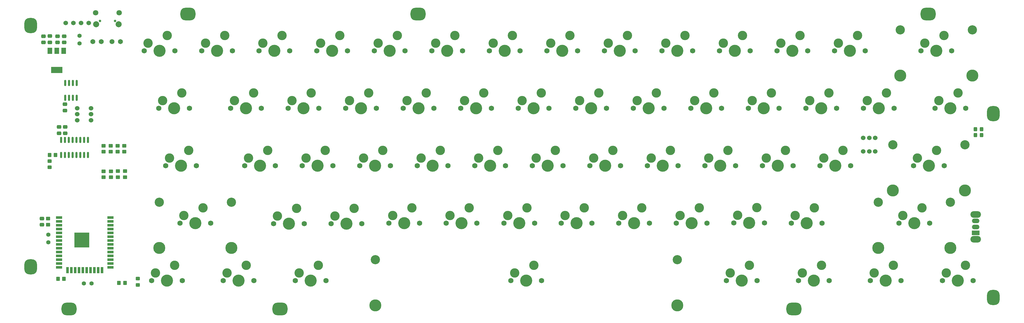
<source format=gbr>
%TF.GenerationSoftware,KiCad,Pcbnew,(6.0.7)*%
%TF.CreationDate,2022-10-26T17:48:04+08:00*%
%TF.ProjectId,Joker60_v2,4a6f6b65-7236-4305-9f76-322e6b696361,1.0*%
%TF.SameCoordinates,Original*%
%TF.FileFunction,Soldermask,Top*%
%TF.FilePolarity,Negative*%
%FSLAX46Y46*%
G04 Gerber Fmt 4.6, Leading zero omitted, Abs format (unit mm)*
G04 Created by KiCad (PCBNEW (6.0.7)) date 2022-10-26 17:48:04*
%MOMM*%
%LPD*%
G01*
G04 APERTURE LIST*
G04 Aperture macros list*
%AMRoundRect*
0 Rectangle with rounded corners*
0 $1 Rounding radius*
0 $2 $3 $4 $5 $6 $7 $8 $9 X,Y pos of 4 corners*
0 Add a 4 corners polygon primitive as box body*
4,1,4,$2,$3,$4,$5,$6,$7,$8,$9,$2,$3,0*
0 Add four circle primitives for the rounded corners*
1,1,$1+$1,$2,$3*
1,1,$1+$1,$4,$5*
1,1,$1+$1,$6,$7*
1,1,$1+$1,$8,$9*
0 Add four rect primitives between the rounded corners*
20,1,$1+$1,$2,$3,$4,$5,0*
20,1,$1+$1,$4,$5,$6,$7,0*
20,1,$1+$1,$6,$7,$8,$9,0*
20,1,$1+$1,$8,$9,$2,$3,0*%
G04 Aperture macros list end*
%ADD10RoundRect,0.250000X0.475000X-0.337500X0.475000X0.337500X-0.475000X0.337500X-0.475000X-0.337500X0*%
%ADD11RoundRect,0.250000X-0.450000X0.350000X-0.450000X-0.350000X0.450000X-0.350000X0.450000X0.350000X0*%
%ADD12C,3.100000*%
%ADD13C,1.750000*%
%ADD14C,4.000000*%
%ADD15C,1.650000*%
%ADD16RoundRect,0.250000X-0.475000X0.337500X-0.475000X-0.337500X0.475000X-0.337500X0.475000X0.337500X0*%
%ADD17C,1.524000*%
%ADD18C,1.400000*%
%ADD19RoundRect,1.680000X-0.420000X-0.820000X0.420000X-0.820000X0.420000X0.820000X-0.420000X0.820000X0*%
%ADD20RoundRect,1.680000X-0.820000X0.420000X-0.820000X-0.420000X0.820000X-0.420000X0.820000X0.420000X0*%
%ADD21C,3.987800*%
%ADD22C,3.048000*%
%ADD23RoundRect,0.250000X0.450000X-0.325000X0.450000X0.325000X-0.450000X0.325000X-0.450000X-0.325000X0*%
%ADD24RoundRect,0.250000X-0.450000X0.325000X-0.450000X-0.325000X0.450000X-0.325000X0.450000X0.325000X0*%
%ADD25RoundRect,1.680000X0.820000X-0.420000X0.820000X0.420000X-0.820000X0.420000X-0.820000X-0.420000X0*%
%ADD26R,2.000000X0.900000*%
%ADD27R,0.900000X2.000000*%
%ADD28R,5.000000X5.000000*%
%ADD29RoundRect,0.150000X-0.150000X0.825000X-0.150000X-0.825000X0.150000X-0.825000X0.150000X0.825000X0*%
%ADD30RoundRect,0.150000X0.150000X-0.850000X0.150000X0.850000X-0.150000X0.850000X-0.150000X-0.850000X0*%
%ADD31RoundRect,0.250000X-0.350000X-0.450000X0.350000X-0.450000X0.350000X0.450000X-0.350000X0.450000X0*%
%ADD32RoundRect,0.250000X0.350000X0.450000X-0.350000X0.450000X-0.350000X-0.450000X0.350000X-0.450000X0*%
%ADD33R,1.500000X2.000000*%
%ADD34R,3.800000X2.000000*%
%ADD35RoundRect,0.250000X-0.325000X-0.450000X0.325000X-0.450000X0.325000X0.450000X-0.325000X0.450000X0*%
%ADD36O,3.500000X2.200000*%
%ADD37O,2.500000X1.500000*%
%ADD38R,2.500000X1.500000*%
%ADD39C,0.800000*%
%ADD40C,2.000000*%
%ADD41C,1.800000*%
G04 APERTURE END LIST*
D10*
X46609000Y-175230700D03*
X46609000Y-173155700D03*
D11*
X64058800Y-186909200D03*
X64058800Y-188909200D03*
D12*
X278892000Y-191008000D03*
D13*
X287782000Y-193548000D03*
D14*
X282702000Y-193548000D03*
D13*
X277622000Y-193548000D03*
D12*
X285242000Y-188468000D03*
D14*
X182753000Y-174498000D03*
D13*
X187833000Y-174498000D03*
D12*
X178943000Y-171958000D03*
X185293000Y-169418000D03*
D13*
X177673000Y-174498000D03*
X115697000Y-212725000D03*
D12*
X116967000Y-210185000D03*
X123317000Y-207645000D03*
D14*
X120777000Y-212725000D03*
D13*
X125857000Y-212725000D03*
X202184000Y-212598000D03*
D12*
X193294000Y-210058000D03*
D14*
X197104000Y-212598000D03*
D12*
X199644000Y-207518000D03*
D13*
X192024000Y-212598000D03*
D12*
X228092000Y-188468000D03*
X221742000Y-191008000D03*
D14*
X225552000Y-193548000D03*
D13*
X220472000Y-193548000D03*
X230632000Y-193548000D03*
D14*
X80391000Y-231648000D03*
D12*
X76581000Y-229108000D03*
D13*
X85471000Y-231648000D03*
X75311000Y-231648000D03*
D12*
X82931000Y-226568000D03*
D15*
X58674000Y-152400000D03*
D14*
X89789000Y-212598000D03*
D13*
X94869000Y-212598000D03*
D12*
X92329000Y-207518000D03*
X85979000Y-210058000D03*
D13*
X84709000Y-212598000D03*
D14*
X318389000Y-231648000D03*
D13*
X313309000Y-231648000D03*
X323469000Y-231648000D03*
D12*
X320929000Y-226568000D03*
X314579000Y-229108000D03*
D11*
X41021000Y-211097000D03*
X41021000Y-213097000D03*
D13*
X110871000Y-155448000D03*
D12*
X118491000Y-150368000D03*
D14*
X115951000Y-155448000D03*
D13*
X121031000Y-155448000D03*
D12*
X112141000Y-152908000D03*
X256667000Y-207518000D03*
D14*
X254127000Y-212598000D03*
D12*
X250317000Y-210058000D03*
D13*
X249047000Y-212598000D03*
X259207000Y-212598000D03*
D16*
X38989000Y-211059500D03*
X38989000Y-213134500D03*
D17*
X46863000Y-146177000D03*
X49403000Y-146177000D03*
X51943000Y-146177000D03*
X54483000Y-146177000D03*
D18*
X55479000Y-232537000D03*
X52939000Y-232537000D03*
D19*
X35306000Y-227076000D03*
D20*
X332486000Y-143256000D03*
D12*
X231267000Y-210058000D03*
D14*
X235077000Y-212598000D03*
D12*
X237617000Y-207518000D03*
D13*
X240157000Y-212598000D03*
X229997000Y-212598000D03*
D17*
X50734400Y-178479200D03*
X50734400Y-176479200D03*
X50734400Y-174479200D03*
X55234400Y-178479200D03*
X55234400Y-176479200D03*
X55234400Y-174479200D03*
D12*
X131318000Y-152908000D03*
D13*
X140208000Y-155448000D03*
D12*
X137668000Y-150368000D03*
D13*
X130048000Y-155448000D03*
D14*
X135128000Y-155448000D03*
D21*
X315976000Y-220823000D03*
D22*
X315976000Y-205613000D03*
X339852000Y-205613000D03*
D21*
X339852000Y-220823000D03*
D13*
X283083000Y-174498000D03*
D12*
X274193000Y-171958000D03*
X280543000Y-169418000D03*
D14*
X278003000Y-174498000D03*
D13*
X272923000Y-174498000D03*
D19*
X354076000Y-176276000D03*
D14*
X130302000Y-193548000D03*
D12*
X126492000Y-191008000D03*
D13*
X135382000Y-193548000D03*
X125222000Y-193548000D03*
D12*
X132842000Y-188468000D03*
X169418000Y-152908000D03*
D14*
X173228000Y-155448000D03*
D12*
X175768000Y-150368000D03*
D13*
X178308000Y-155448000D03*
X168148000Y-155448000D03*
X258572000Y-193548000D03*
D14*
X263652000Y-193548000D03*
D13*
X268732000Y-193548000D03*
D12*
X266192000Y-188468000D03*
X259842000Y-191008000D03*
D11*
X59385200Y-195376800D03*
X59385200Y-197376800D03*
D21*
X77851000Y-220823000D03*
X101727000Y-220823000D03*
D22*
X101727000Y-205613000D03*
X77851000Y-205613000D03*
D13*
X299720000Y-231648000D03*
D14*
X294640000Y-231648000D03*
D13*
X289560000Y-231648000D03*
D12*
X290830000Y-229108000D03*
X297180000Y-226568000D03*
D13*
X187198000Y-155448000D03*
D12*
X188468000Y-152908000D03*
X194818000Y-150368000D03*
D13*
X197358000Y-155448000D03*
D14*
X192278000Y-155448000D03*
X144653000Y-174498000D03*
D13*
X149733000Y-174498000D03*
D12*
X147193000Y-169418000D03*
X140843000Y-171958000D03*
D13*
X139573000Y-174498000D03*
X72898000Y-155448000D03*
X83058000Y-155448000D03*
D14*
X77978000Y-155448000D03*
D12*
X80518000Y-150368000D03*
X74168000Y-152908000D03*
D11*
X66294000Y-186909200D03*
X66294000Y-188909200D03*
D14*
X301752000Y-193548000D03*
D12*
X304292000Y-188468000D03*
D13*
X306832000Y-193548000D03*
D12*
X297942000Y-191008000D03*
D13*
X296672000Y-193548000D03*
X163322000Y-193548000D03*
D12*
X164592000Y-191008000D03*
X170942000Y-188468000D03*
D13*
X173482000Y-193548000D03*
D14*
X168402000Y-193548000D03*
D12*
X290068000Y-150368000D03*
D13*
X292608000Y-155448000D03*
D14*
X287528000Y-155448000D03*
D12*
X283718000Y-152908000D03*
D13*
X282448000Y-155448000D03*
X337820000Y-193548000D03*
D14*
X332740000Y-193548000D03*
D12*
X335280000Y-188468000D03*
X328930000Y-191008000D03*
D13*
X327660000Y-193548000D03*
D23*
X70739000Y-233054000D03*
X70739000Y-231004000D03*
D11*
X66548000Y-195360800D03*
X66548000Y-197360800D03*
D13*
X133096000Y-231648000D03*
D12*
X130556000Y-226568000D03*
D13*
X122936000Y-231648000D03*
D14*
X128016000Y-231648000D03*
D12*
X124206000Y-229108000D03*
D11*
X61874400Y-195376800D03*
X61874400Y-197376800D03*
D24*
X41529000Y-192015000D03*
X41529000Y-194065000D03*
D12*
X266954000Y-229108000D03*
D14*
X270764000Y-231648000D03*
D12*
X273304000Y-226568000D03*
D13*
X265684000Y-231648000D03*
X275844000Y-231648000D03*
D25*
X87376000Y-143256000D03*
D15*
X65024000Y-152400000D03*
D13*
X164084000Y-212598000D03*
X153924000Y-212598000D03*
D12*
X155194000Y-210058000D03*
D14*
X159004000Y-212598000D03*
D12*
X161544000Y-207518000D03*
X81280000Y-191008000D03*
D13*
X80010000Y-193548000D03*
D14*
X85090000Y-193548000D03*
D12*
X87630000Y-188468000D03*
D13*
X90170000Y-193548000D03*
D15*
X62230000Y-152400000D03*
D19*
X35306000Y-147066000D03*
D11*
X64160400Y-195360800D03*
X64160400Y-197360800D03*
D10*
X46736000Y-182774500D03*
X46736000Y-180699500D03*
D26*
X44713000Y-210693000D03*
X44713000Y-211963000D03*
X44713000Y-213233000D03*
X44713000Y-214503000D03*
X44713000Y-215773000D03*
X44713000Y-217043000D03*
X44713000Y-218313000D03*
X44713000Y-219583000D03*
X44713000Y-220853000D03*
X44713000Y-222123000D03*
X44713000Y-223393000D03*
X44713000Y-224663000D03*
X44713000Y-225933000D03*
X44713000Y-227203000D03*
D27*
X47498000Y-228203000D03*
X48768000Y-228203000D03*
X50038000Y-228203000D03*
X51308000Y-228203000D03*
X52578000Y-228203000D03*
X53848000Y-228203000D03*
X55118000Y-228203000D03*
X56388000Y-228203000D03*
X57658000Y-228203000D03*
X58928000Y-228203000D03*
D26*
X61713000Y-227203000D03*
X61713000Y-225933000D03*
X61713000Y-224663000D03*
X61713000Y-223393000D03*
X61713000Y-222123000D03*
X61713000Y-220853000D03*
X61713000Y-219583000D03*
X61713000Y-218313000D03*
X61713000Y-217043000D03*
X61713000Y-215773000D03*
X61713000Y-214503000D03*
X61713000Y-213233000D03*
X61713000Y-211963000D03*
X61713000Y-210693000D03*
D28*
X52213000Y-218193000D03*
D13*
X196723000Y-174498000D03*
D14*
X201803000Y-174498000D03*
D12*
X204343000Y-169418000D03*
D13*
X206883000Y-174498000D03*
D12*
X197993000Y-171958000D03*
X288417000Y-210058000D03*
D14*
X292227000Y-212598000D03*
D13*
X297307000Y-212598000D03*
X287147000Y-212598000D03*
D12*
X294767000Y-207518000D03*
D13*
X225933000Y-174498000D03*
X215773000Y-174498000D03*
D12*
X223393000Y-169418000D03*
D14*
X220853000Y-174498000D03*
D12*
X217043000Y-171958000D03*
D29*
X50520600Y-166079400D03*
X49250600Y-166079400D03*
X47980600Y-166079400D03*
X46710600Y-166079400D03*
X46710600Y-171029400D03*
X47980600Y-171029400D03*
X49250600Y-171029400D03*
X50520600Y-171029400D03*
D10*
X39497000Y-152654000D03*
X39497000Y-150579000D03*
X41656000Y-152638000D03*
X41656000Y-150563000D03*
D11*
X61772800Y-186909200D03*
X61772800Y-188909200D03*
D14*
X139827000Y-212725000D03*
D12*
X142367000Y-207645000D03*
D13*
X144907000Y-212725000D03*
D12*
X136017000Y-210185000D03*
D13*
X134747000Y-212725000D03*
D12*
X213868000Y-150368000D03*
X207518000Y-152908000D03*
D14*
X211328000Y-155448000D03*
D13*
X216408000Y-155448000D03*
X206248000Y-155448000D03*
D14*
X154178000Y-155448000D03*
D13*
X159258000Y-155448000D03*
X149098000Y-155448000D03*
D12*
X156718000Y-150368000D03*
X150368000Y-152908000D03*
D13*
X168783000Y-174498000D03*
D14*
X163703000Y-174498000D03*
D12*
X159893000Y-171958000D03*
D13*
X158623000Y-174498000D03*
D12*
X166243000Y-169418000D03*
D14*
X335153000Y-155448000D03*
D12*
X337693000Y-150368000D03*
D13*
X330073000Y-155448000D03*
D12*
X331343000Y-152908000D03*
D13*
X340233000Y-155448000D03*
D25*
X48006000Y-241046000D03*
D30*
X45339000Y-189952000D03*
X46609000Y-189952000D03*
X47879000Y-189952000D03*
X49149000Y-189952000D03*
X50419000Y-189952000D03*
X51689000Y-189952000D03*
X52959000Y-189952000D03*
X54229000Y-189952000D03*
X54229000Y-184952000D03*
X52959000Y-184952000D03*
X51689000Y-184952000D03*
X50419000Y-184952000D03*
X49149000Y-184952000D03*
X47879000Y-184952000D03*
X46609000Y-184952000D03*
X45339000Y-184952000D03*
D10*
X46355000Y-152675500D03*
X46355000Y-150600500D03*
D13*
X144272000Y-193548000D03*
D12*
X145542000Y-191008000D03*
X151892000Y-188468000D03*
D13*
X154432000Y-193548000D03*
D14*
X149352000Y-193548000D03*
D12*
X121793000Y-171958000D03*
X128143000Y-169418000D03*
D14*
X125603000Y-174498000D03*
D13*
X130683000Y-174498000D03*
X120523000Y-174498000D03*
X192532000Y-193548000D03*
D14*
X187452000Y-193548000D03*
D13*
X182372000Y-193548000D03*
D12*
X189992000Y-188468000D03*
X183642000Y-191008000D03*
D14*
X327914000Y-212598000D03*
D13*
X332994000Y-212598000D03*
D12*
X330454000Y-207518000D03*
D13*
X322834000Y-212598000D03*
D12*
X324104000Y-210058000D03*
D14*
X206502000Y-193548000D03*
D13*
X211582000Y-193548000D03*
D12*
X209042000Y-188468000D03*
D13*
X201422000Y-193548000D03*
D12*
X202692000Y-191008000D03*
D31*
X44339000Y-231013000D03*
X46339000Y-231013000D03*
D12*
X232918000Y-150368000D03*
X226568000Y-152908000D03*
D13*
X225298000Y-155448000D03*
X235458000Y-155448000D03*
D14*
X230378000Y-155448000D03*
D19*
X354076000Y-237236000D03*
D22*
X347091000Y-148463000D03*
X323215000Y-148463000D03*
D21*
X347091000Y-163673000D03*
X323215000Y-163673000D03*
D10*
X44196000Y-152675500D03*
X44196000Y-150600500D03*
D15*
X55880000Y-152400000D03*
D10*
X44704000Y-182774500D03*
X44704000Y-180699500D03*
D18*
X51435000Y-153015000D03*
X51435000Y-150475000D03*
D32*
X66532000Y-232410000D03*
X64532000Y-232410000D03*
D13*
X263398000Y-155448000D03*
D12*
X264668000Y-152908000D03*
D13*
X273558000Y-155448000D03*
D12*
X271018000Y-150368000D03*
D14*
X268478000Y-155448000D03*
D33*
X46242000Y-155473000D03*
X43942000Y-155473000D03*
D34*
X43942000Y-161773000D03*
D33*
X41642000Y-155473000D03*
D25*
X117856000Y-241046000D03*
D12*
X201930000Y-226568000D03*
X195580000Y-229108000D03*
D14*
X199390000Y-231648000D03*
D13*
X204470000Y-231648000D03*
X194310000Y-231648000D03*
D35*
X348130000Y-183370000D03*
X350180000Y-183370000D03*
D18*
X41148000Y-216428000D03*
X41148000Y-218968000D03*
D13*
X253873000Y-174498000D03*
D14*
X258953000Y-174498000D03*
D13*
X264033000Y-174498000D03*
D12*
X261493000Y-169418000D03*
X255143000Y-171958000D03*
D35*
X348130000Y-181465000D03*
X350180000Y-181465000D03*
D12*
X245618000Y-152908000D03*
D13*
X244348000Y-155448000D03*
D12*
X251968000Y-150368000D03*
D14*
X249428000Y-155448000D03*
D13*
X254508000Y-155448000D03*
D36*
X348234000Y-209732000D03*
X348234000Y-217932000D03*
D37*
X348234000Y-211832000D03*
X348234000Y-213832000D03*
D38*
X348234000Y-215832000D03*
D31*
X41545000Y-189992000D03*
X43545000Y-189992000D03*
D11*
X59385200Y-186909200D03*
X59385200Y-188909200D03*
D12*
X99568000Y-150368000D03*
D13*
X91948000Y-155448000D03*
D14*
X97028000Y-155448000D03*
D12*
X93218000Y-152908000D03*
D13*
X102108000Y-155448000D03*
D21*
X249390000Y-239873000D03*
D22*
X149390000Y-224663000D03*
X249390000Y-224663000D03*
D21*
X149390000Y-239873000D03*
D13*
X278257000Y-212471000D03*
X268097000Y-212471000D03*
D14*
X273177000Y-212471000D03*
D12*
X269367000Y-209931000D03*
X275717000Y-207391000D03*
D13*
X334772000Y-174498000D03*
D12*
X342392000Y-169418000D03*
D14*
X339852000Y-174498000D03*
D13*
X344932000Y-174498000D03*
D12*
X336042000Y-171958000D03*
X338455000Y-229108000D03*
D13*
X337185000Y-231648000D03*
D14*
X342265000Y-231648000D03*
D12*
X344805000Y-226568000D03*
D13*
X347345000Y-231648000D03*
X249682000Y-193548000D03*
D14*
X244602000Y-193548000D03*
D12*
X240792000Y-191008000D03*
X247142000Y-188468000D03*
D13*
X239522000Y-193548000D03*
D12*
X78994000Y-171958000D03*
D13*
X77724000Y-174498000D03*
D12*
X85344000Y-169418000D03*
D14*
X82804000Y-174498000D03*
D13*
X87884000Y-174498000D03*
D25*
X163576000Y-143256000D03*
D12*
X299593000Y-169418000D03*
D14*
X297053000Y-174498000D03*
D13*
X291973000Y-174498000D03*
D12*
X293243000Y-171958000D03*
D13*
X302133000Y-174498000D03*
D12*
X107442000Y-191008000D03*
X113792000Y-188468000D03*
D13*
X106172000Y-193548000D03*
D14*
X111252000Y-193548000D03*
D13*
X116332000Y-193548000D03*
X109220000Y-231648000D03*
D12*
X100330000Y-229108000D03*
D13*
X99060000Y-231648000D03*
D14*
X104140000Y-231648000D03*
D12*
X106680000Y-226568000D03*
D25*
X288036000Y-241046000D03*
D14*
X316103000Y-174498000D03*
D12*
X318643000Y-169418000D03*
D13*
X321183000Y-174498000D03*
X311023000Y-174498000D03*
D12*
X312293000Y-171958000D03*
X109093000Y-169418000D03*
D13*
X111633000Y-174498000D03*
D14*
X106553000Y-174498000D03*
D13*
X101473000Y-174498000D03*
D12*
X102743000Y-171958000D03*
D22*
X320802000Y-186563000D03*
D21*
X320802000Y-201773000D03*
X344678000Y-201773000D03*
D22*
X344678000Y-186563000D03*
D12*
X174117000Y-210058000D03*
X180467000Y-207518000D03*
D13*
X172847000Y-212598000D03*
D14*
X177927000Y-212598000D03*
D13*
X183007000Y-212598000D03*
X234823000Y-174498000D03*
D12*
X242443000Y-169418000D03*
X236093000Y-171958000D03*
D13*
X244983000Y-174498000D03*
D14*
X239903000Y-174498000D03*
D12*
X302768000Y-152908000D03*
D14*
X306578000Y-155448000D03*
D12*
X309118000Y-150368000D03*
D13*
X301498000Y-155448000D03*
X311658000Y-155448000D03*
D12*
X212217000Y-210058000D03*
D13*
X221107000Y-212598000D03*
D14*
X216027000Y-212598000D03*
D13*
X210947000Y-212598000D03*
D12*
X218567000Y-207518000D03*
D17*
X314960000Y-184295000D03*
X312960000Y-184295000D03*
X310960000Y-184295000D03*
X314960000Y-188795000D03*
X312960000Y-188795000D03*
X310960000Y-188795000D03*
D39*
X58206000Y-145573000D03*
X63206000Y-145573000D03*
D40*
X64431000Y-146623000D03*
D41*
X64581000Y-142823000D03*
X56831000Y-142823000D03*
D40*
X56981000Y-146623000D03*
M02*

</source>
